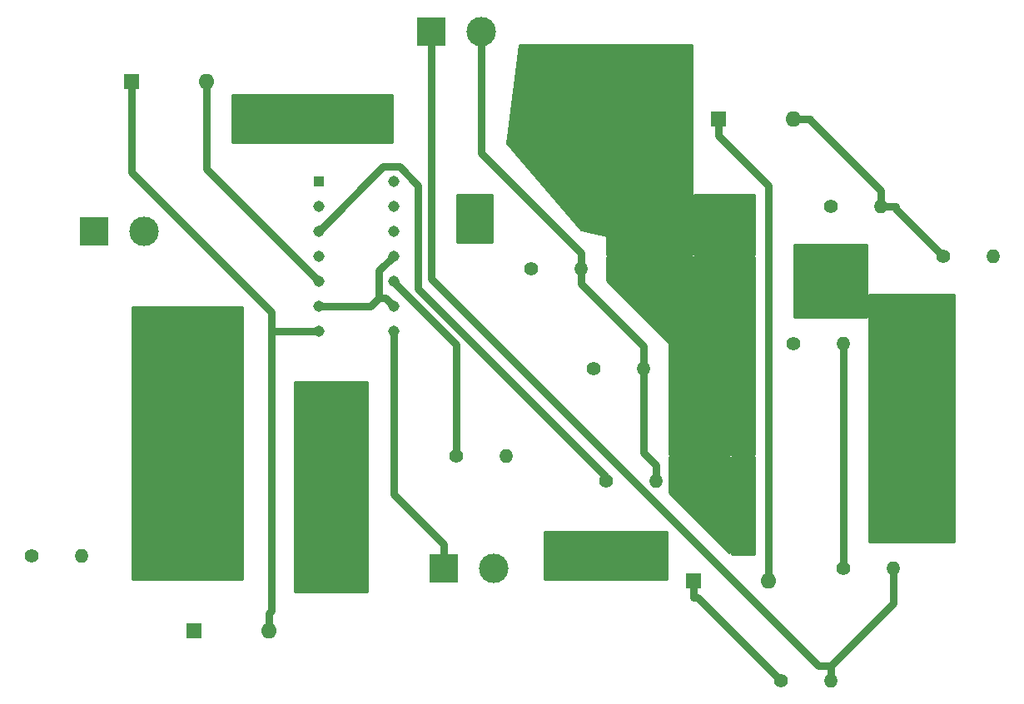
<source format=gbr>
G04 #@! TF.GenerationSoftware,KiCad,Pcbnew,(5.1.5)-3*
G04 #@! TF.CreationDate,2020-05-15T06:38:26+02:00*
G04 #@! TF.ProjectId,Frequency Mixer,46726571-7565-46e6-9379-204d69786572,rev?*
G04 #@! TF.SameCoordinates,Original*
G04 #@! TF.FileFunction,Copper,L2,Bot*
G04 #@! TF.FilePolarity,Positive*
%FSLAX46Y46*%
G04 Gerber Fmt 4.6, Leading zero omitted, Abs format (unit mm)*
G04 Created by KiCad (PCBNEW (5.1.5)-3) date 2020-05-15 06:38:26*
%MOMM*%
%LPD*%
G04 APERTURE LIST*
%ADD10C,1.140000*%
%ADD11R,1.140000X1.140000*%
%ADD12O,1.400000X1.400000*%
%ADD13C,1.400000*%
%ADD14C,3.000000*%
%ADD15R,3.000000X3.000000*%
%ADD16O,1.600000X1.600000*%
%ADD17R,1.600000X1.600000*%
%ADD18C,0.800000*%
%ADD19C,0.254000*%
G04 APERTURE END LIST*
D10*
X100330000Y-76200000D03*
X100330000Y-78740000D03*
X100330000Y-81280000D03*
X100330000Y-83820000D03*
X100330000Y-86360000D03*
X100330000Y-88900000D03*
X100330000Y-91440000D03*
X92710000Y-91440000D03*
X92710000Y-88900000D03*
X92710000Y-86360000D03*
X92710000Y-83820000D03*
X92710000Y-81280000D03*
X92710000Y-78740000D03*
D11*
X92710000Y-76200000D03*
D12*
X146050000Y-92710000D03*
D13*
X140970000Y-92710000D03*
D12*
X149860000Y-78740000D03*
D13*
X144780000Y-78740000D03*
D12*
X111760000Y-104140000D03*
D13*
X106680000Y-104140000D03*
D12*
X125730000Y-95250000D03*
D13*
X120650000Y-95250000D03*
D12*
X68580000Y-114300000D03*
D13*
X63500000Y-114300000D03*
D12*
X161290000Y-83820000D03*
D13*
X156210000Y-83820000D03*
D12*
X151130000Y-115570000D03*
D13*
X146050000Y-115570000D03*
D12*
X127000000Y-106680000D03*
D13*
X121920000Y-106680000D03*
D12*
X144780000Y-127000000D03*
D13*
X139700000Y-127000000D03*
D12*
X119380000Y-85090000D03*
D13*
X114300000Y-85090000D03*
D14*
X74930000Y-81280000D03*
D15*
X69850000Y-81280000D03*
D14*
X110490000Y-115570000D03*
D15*
X105410000Y-115570000D03*
D14*
X109220000Y-60960000D03*
D15*
X104140000Y-60960000D03*
D16*
X140970000Y-69850000D03*
D17*
X133350000Y-69850000D03*
D16*
X87630000Y-121920000D03*
D17*
X80010000Y-121920000D03*
D16*
X138430000Y-116840000D03*
D17*
X130810000Y-116840000D03*
D16*
X81280000Y-66040000D03*
D17*
X73660000Y-66040000D03*
D18*
X81280000Y-66040000D02*
X81280000Y-74930000D01*
X81280000Y-74930000D02*
X92710000Y-86360000D01*
X87630000Y-121920000D02*
X87630000Y-120219700D01*
X87918700Y-91440000D02*
X87918700Y-119931000D01*
X87918700Y-119931000D02*
X87630000Y-120219700D01*
X73660000Y-66040000D02*
X73660000Y-75282600D01*
X73660000Y-75282600D02*
X87918700Y-89541300D01*
X87918700Y-89541300D02*
X87918700Y-91440000D01*
X92710000Y-91440000D02*
X87918700Y-91440000D01*
X133350000Y-69850000D02*
X133350000Y-71550300D01*
X138430000Y-116840000D02*
X138430000Y-76630300D01*
X138430000Y-76630300D02*
X133350000Y-71550300D01*
X130810000Y-116840000D02*
X130810000Y-118540300D01*
X130810000Y-118540300D02*
X131240300Y-118540300D01*
X131240300Y-118540300D02*
X139700000Y-127000000D01*
X121873500Y-106680000D02*
X121920000Y-106680000D01*
X121873500Y-106680000D02*
X121873500Y-106167700D01*
X121873500Y-106167700D02*
X102839600Y-87133800D01*
X102839600Y-87133800D02*
X102839600Y-76621100D01*
X102839600Y-76621100D02*
X100946000Y-74727500D01*
X100946000Y-74727500D02*
X99262500Y-74727500D01*
X99262500Y-74727500D02*
X92710000Y-81280000D01*
X121858000Y-106680000D02*
X121873500Y-106680000D01*
X149860000Y-78740000D02*
X151460300Y-78740000D01*
X156210000Y-83820000D02*
X151460300Y-79070300D01*
X151460300Y-79070300D02*
X151460300Y-78740000D01*
X149860000Y-78740000D02*
X149860000Y-77139700D01*
X140970000Y-69850000D02*
X142670300Y-69850000D01*
X142670300Y-69850000D02*
X142670300Y-69950000D01*
X142670300Y-69950000D02*
X149860000Y-77139700D01*
X119380000Y-85090000D02*
X119380000Y-83489700D01*
X109220000Y-60960000D02*
X109220000Y-73329700D01*
X109220000Y-73329700D02*
X119380000Y-83489700D01*
X127000000Y-106680000D02*
X127000000Y-105079700D01*
X127000000Y-105079700D02*
X125730000Y-103809700D01*
X125730000Y-103809700D02*
X125730000Y-95250000D01*
X119380000Y-85090000D02*
X119380000Y-86690300D01*
X119380000Y-86690300D02*
X125730000Y-93040300D01*
X125730000Y-93040300D02*
X125730000Y-95250000D01*
X144780000Y-125512100D02*
X151130000Y-119162100D01*
X151130000Y-119162100D02*
X151130000Y-115570000D01*
X144780000Y-126199800D02*
X144780000Y-125512100D01*
X104140000Y-60960000D02*
X104140000Y-86132900D01*
X104140000Y-86132900D02*
X143519200Y-125512100D01*
X143519200Y-125512100D02*
X144780000Y-125512100D01*
X144780000Y-127000000D02*
X144780000Y-126199800D01*
X105410000Y-115570000D02*
X105410000Y-113169700D01*
X105410000Y-113169700D02*
X100330000Y-108089700D01*
X100330000Y-108089700D02*
X100330000Y-91440000D01*
X98832100Y-88058400D02*
X99488400Y-88058400D01*
X99488400Y-88058400D02*
X100330000Y-88900000D01*
X92710000Y-88900000D02*
X97990500Y-88900000D01*
X97990500Y-88900000D02*
X98832100Y-88058400D01*
X100330000Y-83820000D02*
X98832100Y-85317900D01*
X98832100Y-85317900D02*
X98832100Y-88058400D01*
X146050000Y-115570000D02*
X146050000Y-92710000D01*
X100330000Y-86463300D02*
X106680000Y-92813300D01*
X106680000Y-92813300D02*
X106680000Y-104140000D01*
X100330000Y-86463300D02*
X100330000Y-86566700D01*
X100330000Y-86360000D02*
X100330000Y-86463300D01*
D19*
G36*
X130683000Y-83661680D02*
G01*
X119448876Y-81165208D01*
X111892987Y-72350004D01*
X113142113Y-62357000D01*
X130683000Y-62357000D01*
X130683000Y-83661680D01*
G37*
X130683000Y-83661680D02*
X119448876Y-81165208D01*
X111892987Y-72350004D01*
X113142113Y-62357000D01*
X130683000Y-62357000D01*
X130683000Y-83661680D01*
G36*
X137033000Y-104013000D02*
G01*
X128397000Y-104013000D01*
X128397000Y-92710000D01*
X128394560Y-92685224D01*
X128387333Y-92661399D01*
X128375597Y-92639443D01*
X128359803Y-92620197D01*
X122047000Y-86307394D01*
X122047000Y-83947000D01*
X137033000Y-83947000D01*
X137033000Y-104013000D01*
G37*
X137033000Y-104013000D02*
X128397000Y-104013000D01*
X128397000Y-92710000D01*
X128394560Y-92685224D01*
X128387333Y-92661399D01*
X128375597Y-92639443D01*
X128359803Y-92620197D01*
X122047000Y-86307394D01*
X122047000Y-83947000D01*
X137033000Y-83947000D01*
X137033000Y-104013000D01*
G36*
X137033000Y-114173000D02*
G01*
X134747000Y-114173000D01*
X134747000Y-104267000D01*
X137033000Y-104267000D01*
X137033000Y-114173000D01*
G37*
X137033000Y-114173000D02*
X134747000Y-114173000D01*
X134747000Y-104267000D01*
X137033000Y-104267000D01*
X137033000Y-114173000D01*
G36*
X134493000Y-113993394D02*
G01*
X128397000Y-107897394D01*
X128397000Y-104267000D01*
X134493000Y-104267000D01*
X134493000Y-113993394D01*
G37*
X134493000Y-113993394D02*
X128397000Y-107897394D01*
X128397000Y-104267000D01*
X134493000Y-104267000D01*
X134493000Y-113993394D01*
G36*
X130683000Y-83693000D02*
G01*
X122047000Y-83693000D01*
X122047000Y-81407000D01*
X130683000Y-81407000D01*
X130683000Y-83693000D01*
G37*
X130683000Y-83693000D02*
X122047000Y-83693000D01*
X122047000Y-81407000D01*
X130683000Y-81407000D01*
X130683000Y-83693000D01*
G36*
X137033000Y-83693000D02*
G01*
X130937000Y-83693000D01*
X130937000Y-77597000D01*
X137033000Y-77597000D01*
X137033000Y-83693000D01*
G37*
X137033000Y-83693000D02*
X130937000Y-83693000D01*
X130937000Y-77597000D01*
X137033000Y-77597000D01*
X137033000Y-83693000D01*
G36*
X97663000Y-117983000D02*
G01*
X90297000Y-117983000D01*
X90297000Y-96647000D01*
X97663000Y-96647000D01*
X97663000Y-117983000D01*
G37*
X97663000Y-117983000D02*
X90297000Y-117983000D01*
X90297000Y-96647000D01*
X97663000Y-96647000D01*
X97663000Y-117983000D01*
G36*
X84963000Y-116713000D02*
G01*
X73787000Y-116713000D01*
X73787000Y-89027000D01*
X84963000Y-89027000D01*
X84963000Y-116713000D01*
G37*
X84963000Y-116713000D02*
X73787000Y-116713000D01*
X73787000Y-89027000D01*
X84963000Y-89027000D01*
X84963000Y-116713000D01*
G36*
X128143000Y-116713000D02*
G01*
X115697000Y-116713000D01*
X115697000Y-111887000D01*
X128143000Y-111887000D01*
X128143000Y-116713000D01*
G37*
X128143000Y-116713000D02*
X115697000Y-116713000D01*
X115697000Y-111887000D01*
X128143000Y-111887000D01*
X128143000Y-116713000D01*
G36*
X100203000Y-72263000D02*
G01*
X83947000Y-72263000D01*
X83947000Y-67437000D01*
X100203000Y-67437000D01*
X100203000Y-72263000D01*
G37*
X100203000Y-72263000D02*
X83947000Y-72263000D01*
X83947000Y-67437000D01*
X100203000Y-67437000D01*
X100203000Y-72263000D01*
G36*
X157353000Y-112903000D02*
G01*
X148717000Y-112903000D01*
X148717000Y-87757000D01*
X157353000Y-87757000D01*
X157353000Y-112903000D01*
G37*
X157353000Y-112903000D02*
X148717000Y-112903000D01*
X148717000Y-87757000D01*
X157353000Y-87757000D01*
X157353000Y-112903000D01*
G36*
X148463000Y-90043000D02*
G01*
X141097000Y-90043000D01*
X141097000Y-82677000D01*
X148463000Y-82677000D01*
X148463000Y-90043000D01*
G37*
X148463000Y-90043000D02*
X141097000Y-90043000D01*
X141097000Y-82677000D01*
X148463000Y-82677000D01*
X148463000Y-90043000D01*
G36*
X110363000Y-82423000D02*
G01*
X106807000Y-82423000D01*
X106807000Y-77597000D01*
X110363000Y-77597000D01*
X110363000Y-82423000D01*
G37*
X110363000Y-82423000D02*
X106807000Y-82423000D01*
X106807000Y-77597000D01*
X110363000Y-77597000D01*
X110363000Y-82423000D01*
M02*

</source>
